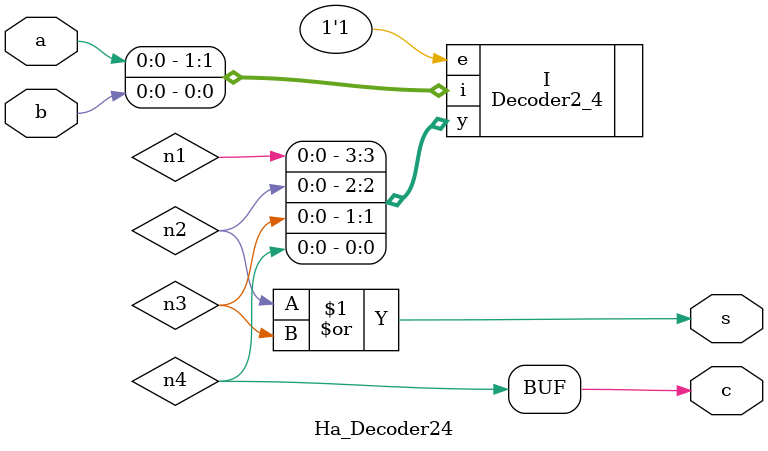
<source format=v>
module Ha_Decoder24(a,b,s,c);
  input a,b;
  output s,c;
  wire n1,n2,n3,n4;
  Decoder2_4 I(.e(1'b1),.i({a,b}),.y({n1,n2,n3,n4}));
  or g1(s,n2,n3);
  assign c = n4;
endmodule

</source>
